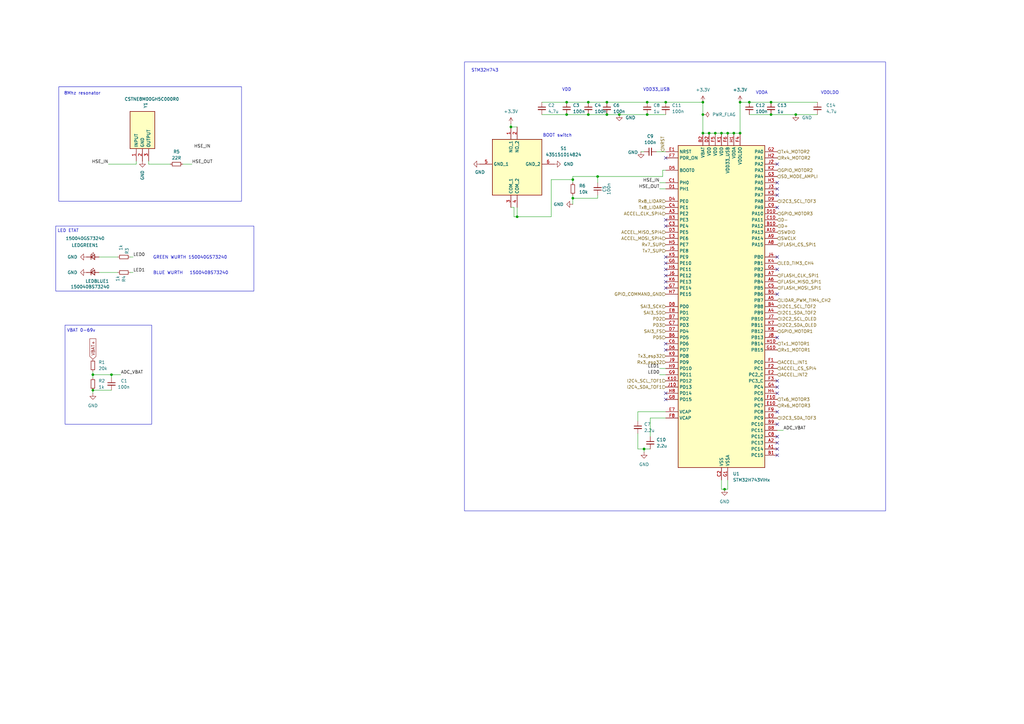
<source format=kicad_sch>
(kicad_sch (version 20250114) (generator "eeschema") (generator_version "9.0")
  (paper "A3")
  (lib_symbols
    (symbol "Device:C_Small" (pin_numbers (hide yes)) (pin_names (offset 0.254) (hide yes))
      (property "Reference" "C" (at 0.254 1.778 0))
      (property "Value" "C_Small" (at 0.254 -2.032 0))
      (symbol "C_Small_0_1"
        (polyline (pts (xy -1.524 0.508) (xy 1.524 0.508)) (stroke (width 0.3048)))
        (polyline (pts (xy -1.524 -0.508) (xy 1.524 -0.508)) (stroke (width 0.3302)))
      )
      (symbol "C_Small_1_1"
        (pin passive line (at 0 2.54 270) (length 2.032) (name "~") (number "1"))
        (pin passive line (at 0 -2.54 90) (length 2.032) (name "~") (number "2"))
      )
    )
    (symbol "Device:LED_Small" (pin_numbers (hide yes)) (pin_names (offset 0.254) (hide yes))
      (property "Reference" "D" (at -1.27 3.175 0))
      (property "Value" "LED_Small" (at -4.445 -2.54 0))
      (symbol "LED_Small_0_1"
        (polyline (pts (xy -0.762 -1.016) (xy -0.762 1.016)) (stroke (width 0.254)))
        (polyline (pts (xy 0 0.762) (xy -0.508 1.27) (xy -0.254 1.27) (xy -0.508 1.27) (xy -0.508 1.016)))
        (polyline (pts (xy 0.508 1.27) (xy 0 1.778) (xy 0.254 1.778) (xy 0 1.778) (xy 0 1.524)))
        (polyline (pts (xy 0.762 -1.016) (xy -0.762 0) (xy 0.762 1.016) (xy 0.762 -1.016)) (stroke (width 0.254)))
        (polyline (pts (xy 1.016 0) (xy -0.762 0)))
      )
      (symbol "LED_Small_1_1"
        (pin passive line (at -2.54 0 0) (length 1.778) (name "K") (number "1"))
        (pin passive line (at 2.54 0 180) (length 1.778) (name "A") (number "2"))
      )
    )
    (symbol "Device:R_Small" (pin_numbers (hide yes)) (pin_names (offset 0.254) (hide yes))
      (property "Reference" "R" (at 0.762 0.508 0))
      (property "Value" "R_Small" (at 0.762 -1.016 0))
      (symbol "R_Small_0_1"
        (rectangle (start -0.762 1.778) (end 0.762 -1.778) (stroke (width 0.2032)))
      )
      (symbol "R_Small_1_1"
        (pin passive line (at 0 2.54 270) (length 0.762) (name "~") (number "1"))
        (pin passive line (at 0 -2.54 90) (length 0.762) (name "~") (number "2"))
      )
    )
    (symbol "LED_Small_1" (pin_numbers (hide yes)) (pin_names (offset 0.254) (hide yes))
      (property "Reference" "D" (at -1.27 3.175 0))
      (property "Value" "LED_Small" (at -4.445 -2.54 0))
      (symbol "LED_Small_1_0_1"
        (polyline (pts (xy -0.762 -1.016) (xy -0.762 1.016)) (stroke (width 0.254)))
        (polyline (pts (xy 0 0.762) (xy -0.508 1.27) (xy -0.254 1.27) (xy -0.508 1.27) (xy -0.508 1.016)))
        (polyline (pts (xy 0.508 1.27) (xy 0 1.778) (xy 0.254 1.778) (xy 0 1.778) (xy 0 1.524)))
        (polyline (pts (xy 0.762 -1.016) (xy -0.762 0) (xy 0.762 1.016) (xy 0.762 -1.016)) (stroke (width 0.254)))
        (polyline (pts (xy 1.016 0) (xy -0.762 0)))
      )
      (symbol "LED_Small_1_1_1"
        (pin passive line (at -2.54 0 0) (length 1.778) (name "K") (number "1"))
        (pin passive line (at 2.54 0 180) (length 1.778) (name "A") (number "2"))
      )
    )
    (symbol "MCU_ST_STM32H7:STM32H743VIHx"
      (property "Reference" "U" (at -17.78 67.31 0))
      (property "Value" "STM32H743VIHx" (at 10.16 67.31 0))
      (symbol "STM32H743VIHx_0_1"
        (rectangle (start -17.78 -66.04) (end 17.78 66.04) (stroke (width 0.254)) (fill (type background)))
      )
      (symbol "STM32H743VIHx_1_1"
        (pin input line (at -22.86 63.5 0) (length 5.08) (name "NRST") (number "E1"))
        (pin input line (at -22.86 60.96 0) (length 5.08) (name "PDR_ON") (number "F7"))
        (pin input line (at -22.86 55.88 0) (length 5.08) (name "BOOT0") (number "D5"))
        (pin bidirectional line (at -22.86 50.8 0) (length 5.08) (name "PH0") (number "C1"))
        (pin bidirectional line (at -22.86 48.26 0) (length 5.08) (name "PH1") (number "D1"))
        (pin bidirectional line (at -22.86 43.18 0) (length 5.08) (name "PE0") (number "D4"))
        (pin bidirectional line (at -22.86 40.64 0) (length 5.08) (name "PE1") (number "C4"))
        (pin bidirectional line (at -22.86 38.1 0) (length 5.08) (name "PE2") (number "A3"))
        (pin bidirectional line (at -22.86 35.56 0) (length 5.08) (name "PE3") (number "B3"))
        (pin bidirectional line (at -22.86 33.02 0) (length 5.08) (name "PE4") (number "C3"))
        (pin bidirectional line (at -22.86 30.48 0) (length 5.08) (name "PE5") (number "D3"))
        (pin bidirectional line (at -22.86 27.94 0) (length 5.08) (name "PE6") (number "E3"))
        (pin bidirectional line (at -22.86 25.4 0) (length 5.08) (name "PE7") (number "H5"))
        (pin bidirectional line (at -22.86 22.86 0) (length 5.08) (name "PE8") (number "J5"))
        (pin bidirectional line (at -22.86 20.32 0) (length 5.08) (name "PE9") (number "K5"))
        (pin bidirectional line (at -22.86 17.78 0) (length 5.08) (name "PE10") (number "G6"))
        (pin bidirectional line (at -22.86 15.24 0) (length 5.08) (name "PE11") (number "H6"))
        (pin bidirectional line (at -22.86 12.7 0) (length 5.08) (name "PE12") (number "J6"))
        (pin bidirectional line (at -22.86 10.16 0) (length 5.08) (name "PE13") (number "K6"))
        (pin bidirectional line (at -22.86 7.62 0) (length 5.08) (name "PE14") (number "G7"))
        (pin bidirectional line (at -22.86 5.08 0) (length 5.08) (name "PE15") (number "H7"))
        (pin bidirectional line (at -22.86 0 0) (length 5.08) (name "PD0") (number "D8"))
        (pin bidirectional line (at -22.86 -2.54 0) (length 5.08) (name "PD1") (number "E8"))
        (pin bidirectional line (at -22.86 -5.08 0) (length 5.08) (name "PD2") (number "B7"))
        (pin bidirectional line (at -22.86 -7.62 0) (length 5.08) (name "PD3") (number "C7"))
        (pin bidirectional line (at -22.86 -10.16 0) (length 5.08) (name "PD4") (number "D7"))
        (pin bidirectional line (at -22.86 -12.7 0) (length 5.08) (name "PD5") (number "B6"))
        (pin bidirectional line (at -22.86 -15.24 0) (length 5.08) (name "PD6") (number "C6"))
        (pin bidirectional line (at -22.86 -17.78 0) (length 5.08) (name "PD7") (number "D6"))
        (pin bidirectional line (at -22.86 -20.32 0) (length 5.08) (name "PD8") (number "K9"))
        (pin bidirectional line (at -22.86 -22.86 0) (length 5.08) (name "PD9") (number "J9"))
        (pin bidirectional line (at -22.86 -25.4 0) (length 5.08) (name "PD10") (number "H9"))
        (pin bidirectional line (at -22.86 -27.94 0) (length 5.08) (name "PD11") (number "G9"))
        (pin bidirectional line (at -22.86 -30.48 0) (length 5.08) (name "PD12") (number "K10"))
        (pin bidirectional line (at -22.86 -33.02 0) (length 5.08) (name "PD13") (number "J10"))
        (pin bidirectional line (at -22.86 -35.56 0) (length 5.08) (name "PD14") (number "H8"))
        (pin bidirectional line (at -22.86 -38.1 0) (length 5.08) (name "PD15") (number "G8"))
        (pin power_out line (at -22.86 -43.18 0) (length 5.08) (name "VCAP") (number "E7"))
        (pin power_out line (at -22.86 -45.72 0) (length 5.08) (name "VCAP") (number "F8"))
        (pin power_in line (at -7.62 71.12 270) (length 5.08) (name "VBAT") (number "B2"))
        (pin power_in line (at -5.08 71.12 270) (length 5.08) (name "VDD") (number "D2"))
        (pin power_in line (at -2.54 71.12 270) (length 5.08) (name "VDD") (number "F5"))
        (pin power_in line (at 0 71.12 270) (length 5.08) (name "VDD") (number "K1"))
        (pin power_in line (at 0 -71.12 90) (length 5.08) (name "VSS") (number "C2"))
        (pin passive line (at 0 -71.12 90) (length 5.08) (hide yes) (name "VSS") (number "E4"))
        (pin passive line (at 0 -71.12 90) (length 5.08) (hide yes) (name "VSS") (number "E5"))
        (pin passive line (at 0 -71.12 90) (length 5.08) (hide yes) (name "VSS") (number "E6"))
        (pin passive line (at 0 -71.12 90) (length 5.08) (hide yes) (name "VSS") (number "J1"))
        (pin power_in line (at 2.54 71.12 270) (length 5.08) (name "VDD33_USB") (number "F6"))
        (pin power_in line (at 2.54 -71.12 90) (length 5.08) (name "VSSA") (number "G1"))
        (pin power_in line (at 5.08 71.12 270) (length 5.08) (name "VDDA") (number "H1"))
        (pin power_in line (at 7.62 71.12 270) (length 5.08) (name "VDDLDO") (number "F4"))
        (pin bidirectional line (at 22.86 63.5 180) (length 5.08) (name "PA0") (number "G2"))
        (pin bidirectional line (at 22.86 60.96 180) (length 5.08) (name "PA1") (number "H2"))
        (pin bidirectional line (at 22.86 58.42 180) (length 5.08) (name "PA2") (number "J2"))
        (pin bidirectional line (at 22.86 55.88 180) (length 5.08) (name "PA3") (number "K2"))
        (pin bidirectional line (at 22.86 53.34 180) (length 5.08) (name "PA4") (number "G3"))
        (pin bidirectional line (at 22.86 50.8 180) (length 5.08) (name "PA5") (number "H3"))
        (pin bidirectional line (at 22.86 48.26 180) (length 5.08) (name "PA6") (number "J3"))
        (pin bidirectional line (at 22.86 45.72 180) (length 5.08) (name "PA7") (number "K3"))
        (pin bidirectional line (at 22.86 43.18 180) (length 5.08) (name "PA8") (number "D9"))
        (pin bidirectional line (at 22.86 40.64 180) (length 5.08) (name "PA9") (number "C9"))
        (pin bidirectional line (at 22.86 38.1 180) (length 5.08) (name "PA10") (number "D10"))
        (pin bidirectional line (at 22.86 35.56 180) (length 5.08) (name "PA11") (number "C10"))
        (pin bidirectional line (at 22.86 33.02 180) (length 5.08) (name "PA12") (number "B10"))
        (pin bidirectional line (at 22.86 30.48 180) (length 5.08) (name "PA13") (number "A10"))
        (pin bidirectional line (at 22.86 27.94 180) (length 5.08) (name "PA14") (number "A9"))
        (pin bidirectional line (at 22.86 25.4 180) (length 5.08) (name "PA15") (number "A8"))
        (pin bidirectional line (at 22.86 20.32 180) (length 5.08) (name "PB0") (number "J4"))
        (pin bidirectional line (at 22.86 17.78 180) (length 5.08) (name "PB1") (number "K4"))
        (pin bidirectional line (at 22.86 15.24 180) (length 5.08) (name "PB2") (number "G5"))
        (pin bidirectional line (at 22.86 12.7 180) (length 5.08) (name "PB3") (number "A7"))
        (pin bidirectional line (at 22.86 10.16 180) (length 5.08) (name "PB4") (number "A6"))
        (pin bidirectional line (at 22.86 7.62 180) (length 5.08) (name "PB5") (number "C5"))
        (pin bidirectional line (at 22.86 5.08 180) (length 5.08) (name "PB6") (number "B5"))
        (pin bidirectional line (at 22.86 2.54 180) (length 5.08) (name "PB7") (number "A5"))
        (pin bidirectional line (at 22.86 0 180) (length 5.08) (name "PB8") (number "B4"))
        (pin bidirectional line (at 22.86 -2.54 180) (length 5.08) (name "PB9") (number "A4"))
        (pin bidirectional line (at 22.86 -5.08 180) (length 5.08) (name "PB10") (number "J7"))
        (pin bidirectional line (at 22.86 -7.62 180) (length 5.08) (name "PB11") (number "K7"))
        (pin bidirectional line (at 22.86 -10.16 180) (length 5.08) (name "PB12") (number "K8"))
        (pin bidirectional line (at 22.86 -12.7 180) (length 5.08) (name "PB13") (number "J8"))
        (pin bidirectional line (at 22.86 -15.24 180) (length 5.08) (name "PB14") (number "H10"))
        (pin bidirectional line (at 22.86 -17.78 180) (length 5.08) (name "PB15") (number "G10"))
        (pin bidirectional line (at 22.86 -22.86 180) (length 5.08) (name "PC0") (number "F1"))
        (pin bidirectional line (at 22.86 -25.4 180) (length 5.08) (name "PC1") (number "F2"))
        (pin bidirectional line (at 22.86 -27.94 180) (length 5.08) (name "PC2_C") (number "E2"))
        (pin bidirectional line (at 22.86 -30.48 180) (length 5.08) (name "PC3_C") (number "F3"))
        (pin bidirectional line (at 22.86 -33.02 180) (length 5.08) (name "PC4") (number "G4"))
        (pin bidirectional line (at 22.86 -35.56 180) (length 5.08) (name "PC5") (number "H4"))
        (pin bidirectional line (at 22.86 -38.1 180) (length 5.08) (name "PC6") (number "F10"))
        (pin bidirectional line (at 22.86 -40.64 180) (length 5.08) (name "PC7") (number "E10"))
        (pin bidirectional line (at 22.86 -43.18 180) (length 5.08) (name "PC8") (number "F9"))
        (pin bidirectional line (at 22.86 -45.72 180) (length 5.08) (name "PC9") (number "E9"))
        (pin bidirectional line (at 22.86 -48.26 180) (length 5.08) (name "PC10") (number "B9"))
        (pin bidirectional line (at 22.86 -50.8 180) (length 5.08) (name "PC11") (number "B8"))
        (pin bidirectional line (at 22.86 -53.34 180) (length 5.08) (name "PC12") (number "C8"))
        (pin bidirectional line (at 22.86 -55.88 180) (length 5.08) (name "PC13") (number "A2"))
        (pin bidirectional line (at 22.86 -58.42 180) (length 5.08) (name "PC14") (number "A1"))
        (pin bidirectional line (at 22.86 -60.96 180) (length 5.08) (name "PC15") (number "B1"))
      )
    )
    (symbol "power:+3.3V" (power) (pin_numbers (hide yes)) (pin_names (offset 0) (hide yes))
      (property "Value" "+3.3V" (at 0 3.556 0))
      (symbol "+3.3V_0_1"
        (polyline (pts (xy -0.762 1.27) (xy 0 2.54)))
        (polyline (pts (xy 0 2.54) (xy 0.762 1.27)))
        (polyline (pts (xy 0 0) (xy 0 2.54)))
      )
      (symbol "+3.3V_1_1"
        (pin power_in line (at 0 0 90) (length 0) (name "~") (number "1"))
      )
    )
    (symbol "power:GND" (power) (pin_numbers (hide yes)) (pin_names (offset 0) (hide yes))
      (property "Value" "GND" (at 0 -3.81 0))
      (symbol "GND_0_1"
        (polyline (pts (xy 0 0) (xy 0 -1.27) (xy 1.27 -1.27) (xy 0 -2.54) (xy -1.27 -1.27) (xy 0 -1.27)))
      )
      (symbol "GND_1_1"
        (pin power_in line (at 0 0 270) (length 0) (name "~") (number "1"))
      )
    )
    (symbol "power:PWR_FLAG" (power) (pin_numbers (hide yes)) (pin_names (offset 0) (hide yes))
      (property "Value" "PWR_FLAG" (at 0 3.81 0))
      (symbol "PWR_FLAG_0_0"
        (pin power_out line (at 0 0 90) (length 0) (name "~") (number "1"))
      )
      (symbol "PWR_FLAG_0_1"
        (polyline (pts (xy 0 0) (xy 0 1.27) (xy -1.016 1.905) (xy 0 2.54) (xy 1.016 1.905) (xy 0 1.27)))
      )
    )
    (symbol "samacsys:435151014824"
      (property "Reference" "S" (at 26.67 15.24 0))
      (property "Value" "435151014824" (at 26.67 12.7 0))
      (symbol "435151014824_1_1"
        (rectangle (start 5.08 10.16) (end 25.4 -12.7) (stroke (width 0.254)) (fill (type background)))
        (pin passive line (at 0 0 0) (length 5.08) (name "GND_1") (number "5"))
        (pin passive line (at 12.7 15.24 270) (length 5.08) (name "NO_1") (number "1"))
        (pin passive line (at 12.7 -17.78 90) (length 5.08) (name "COM_1") (number "3"))
        (pin passive line (at 15.24 15.24 270) (length 5.08) (name "NO_2") (number "2"))
        (pin passive line (at 15.24 -17.78 90) (length 5.08) (name "COM_2") (number "4"))
        (pin passive line (at 30.48 0 180) (length 5.08) (name "GND_2") (number "6"))
      )
    )
    (symbol "samacsys:CSTNE8M00GH5C000R0"
      (property "Reference" "Y" (at 21.59 7.62 0))
      (property "Value" "CSTNE8M00GH5C000R0" (at 21.59 5.08 0))
      (symbol "CSTNE8M00GH5C000R0_1_1"
        (rectangle (start 5.08 2.54) (end 20.32 -7.62) (stroke (width 0.254)) (fill (type background)))
        (pin passive line (at 0 0 0) (length 5.08) (name "OUTPUT") (number "3"))
        (pin passive line (at 0 -2.54 0) (length 5.08) (name "GND") (number "2"))
        (pin passive line (at 0 -5.08 0) (length 5.08) (name "INPUT") (number "1"))
      )
    )
  )
  (rectangle (start 26.67 133.35) (end 62.23 173.99))
  (rectangle (start 190.5 25.4) (end 363.22 209.55))
  (rectangle (start 22.86 92.71) (end 104.14 119.38))
  (rectangle (start 24.13 35.56) (end 99.06 82.55))
  (text "8Mhz resonator\n" (at 33.782 38.354 0) (effects (font (size 1.27 1.27))))
  (text "STM32H743" (at 198.882 28.956 0) (effects (font (size 1.27 1.27))))
  (text "VDD" (at 232.41 36.83 0) (effects (font (size 1.27 1.27))))
  (text "GREEN WURTH 150040GS73240" (at 77.978 105.664 0) (effects (font (size 1.27 1.27))))
  (text "VDDA" (at 312.42 38.1 0) (effects (font (size 1.27 1.27))))
  (text "BOOT switch" (at 228.6 55.626 0) (effects (font (size 1.27 1.27))))
  (text "LED ETAT" (at 27.94 94.742 0) (effects (font (size 1.27 1.27))))
  (text "VDD33_USB" (at 269.24 36.83 0) (effects (font (size 1.27 1.27))))
  (text "VBAT 0-69v" (at 33.274 135.636 0) (effects (font (size 1.27 1.27))))
  (text "BLUE WURTH 	150040BS73240" (at 78.232 112.014 0) (effects (font (size 1.27 1.27))))
  (text "VDDLDO" (at 340.36 38.1 0) (effects (font (size 1.27 1.27))))
  (junction (at 300.99 54.61))
  (junction (at 316.23 41.91))
  (junction (at 38.1 153.67))
  (junction (at 241.3 46.99))
  (junction (at 38.1 160.02))
  (junction (at 326.39 46.99))
  (junction (at 293.37 54.61))
  (junction (at 234.95 81.28))
  (junction (at 212.09 88.9))
  (junction (at 245.11 72.39))
  (junction (at 303.53 41.91))
  (junction (at 288.29 54.61))
  (junction (at 248.92 46.99))
  (junction (at 288.29 46.99))
  (junction (at 290.83 54.61))
  (junction (at 316.23 46.99))
  (junction (at 298.45 54.61))
  (junction (at 273.05 41.91))
  (junction (at 254 46.99))
  (junction (at 248.92 41.91))
  (junction (at 45.72 153.67))
  (junction (at 303.53 54.61))
  (junction (at 265.43 41.91))
  (junction (at 265.43 46.99))
  (junction (at 234.95 73.66))
  (junction (at 307.34 41.91))
  (junction (at 241.3 41.91))
  (junction (at 288.29 41.91))
  (junction (at 264.16 184.15))
  (junction (at 295.91 54.61))
  (junction (at 232.41 41.91))
  (junction (at 209.55 52.07))
  (junction (at 297.18 200.66))
  (junction (at 232.41 46.99))
  (no_connect (at 318.77 74.93))
  (no_connect (at 273.05 163.83))
  (no_connect (at 318.77 110.49))
  (no_connect (at 273.05 107.95))
  (no_connect (at 318.77 168.91))
  (no_connect (at 318.77 138.43))
  (no_connect (at 318.77 156.21))
  (no_connect (at 318.77 186.69))
  (no_connect (at 273.05 105.41))
  (no_connect (at 273.05 140.97))
  (no_connect (at 318.77 161.29))
  (no_connect (at 318.77 105.41))
  (no_connect (at 318.77 85.09))
  (no_connect (at 318.77 158.75))
  (no_connect (at 273.05 113.03))
  (no_connect (at 273.05 118.11))
  (no_connect (at 273.05 64.77))
  (no_connect (at 318.77 179.07))
  (no_connect (at 273.05 161.29))
  (no_connect (at 318.77 67.31))
  (no_connect (at 318.77 173.99))
  (no_connect (at 273.05 143.51))
  (no_connect (at 318.77 184.15))
  (no_connect (at 318.77 120.65))
  (no_connect (at 318.77 77.47))
  (no_connect (at 318.77 80.01))
  (no_connect (at 273.05 92.71))
  (no_connect (at 273.05 115.57))
  (no_connect (at 318.77 181.61))
  (no_connect (at 273.05 90.17))
  (no_connect (at 273.05 110.49))
  (wire (pts (xy 44.45 67.31) (xy 55.88 67.31)))
  (wire (pts (xy 295.91 196.85) (xy 295.91 200.66)))
  (wire (pts (xy 316.23 46.99) (xy 326.39 46.99)))
  (wire (pts (xy 209.55 52.07) (xy 212.09 52.07)))
  (wire (pts (xy 298.45 54.61) (xy 300.99 54.61)))
  (wire (pts (xy 300.99 54.61) (xy 303.53 54.61)))
  (wire (pts (xy 226.06 88.9) (xy 226.06 73.66)))
  (wire (pts (xy 234.95 81.28) (xy 234.95 83.82)))
  (wire (pts (xy 40.64 111.76) (xy 48.26 111.76)))
  (wire (pts (xy 234.95 80.01) (xy 234.95 81.28)))
  (wire (pts (xy 54.61 105.41) (xy 53.34 105.41)))
  (wire (pts (xy 45.72 153.67) (xy 38.1 153.67)))
  (wire (pts (xy 316.23 41.91) (xy 335.28 41.91)))
  (wire (pts (xy 209.55 50.8) (xy 209.55 52.07)))
  (wire (pts (xy 298.45 196.85) (xy 298.45 200.66)))
  (wire (pts (xy 38.1 161.29) (xy 38.1 160.02)))
  (wire (pts (xy 270.51 77.47) (xy 273.05 77.47)))
  (wire (pts (xy 273.05 168.91) (xy 261.62 168.91)))
  (wire (pts (xy 55.88 67.31) (xy 55.88 66.04)))
  (wire (pts (xy 265.43 46.99) (xy 273.05 46.99)))
  (wire (pts (xy 49.53 153.67) (xy 45.72 153.67)))
  (wire (pts (xy 307.34 41.91) (xy 303.53 41.91)))
  (wire (pts (xy 209.55 85.09) (xy 210.82 85.09)))
  (wire (pts (xy 303.53 41.91) (xy 303.53 54.61)))
  (wire (pts (xy 273.05 171.45) (xy 266.7 171.45)))
  (wire (pts (xy 245.11 80.01) (xy 245.11 81.28)))
  (wire (pts (xy 266.7 184.15) (xy 264.16 184.15)))
  (wire (pts (xy 288.29 46.99) (xy 288.29 54.61)))
  (wire (pts (xy 261.62 184.15) (xy 261.62 177.8)))
  (wire (pts (xy 270.51 151.13) (xy 273.05 151.13)))
  (wire (pts (xy 261.62 168.91) (xy 261.62 172.72)))
  (wire (pts (xy 210.82 88.9) (xy 212.09 88.9)))
  (wire (pts (xy 264.16 184.15) (xy 264.16 185.42)))
  (wire (pts (xy 266.7 171.45) (xy 266.7 179.07)))
  (wire (pts (xy 54.61 111.76) (xy 53.34 111.76)))
  (wire (pts (xy 307.34 41.91) (xy 316.23 41.91)))
  (wire (pts (xy 232.41 41.91) (xy 241.3 41.91)))
  (wire (pts (xy 212.09 85.09) (xy 212.09 88.9)))
  (wire (pts (xy 307.34 46.99) (xy 316.23 46.99)))
  (wire (pts (xy 288.29 54.61) (xy 290.83 54.61)))
  (wire (pts (xy 232.41 46.99) (xy 241.3 46.99)))
  (wire (pts (xy 295.91 200.66) (xy 297.18 200.66)))
  (wire (pts (xy 45.72 160.02) (xy 38.1 160.02)))
  (wire (pts (xy 248.92 41.91) (xy 265.43 41.91)))
  (wire (pts (xy 265.43 41.91) (xy 273.05 41.91)))
  (wire (pts (xy 222.25 46.99) (xy 232.41 46.99)))
  (wire (pts (xy 234.95 73.66) (xy 234.95 72.39)))
  (wire (pts (xy 271.78 69.85) (xy 273.05 69.85)))
  (wire (pts (xy 248.92 46.99) (xy 254 46.99)))
  (wire (pts (xy 60.96 67.31) (xy 60.96 66.04)))
  (wire (pts (xy 74.93 67.31) (xy 78.74 67.31)))
  (wire (pts (xy 245.11 72.39) (xy 245.11 74.93)))
  (wire (pts (xy 212.09 88.9) (xy 226.06 88.9)))
  (wire (pts (xy 321.31 176.53) (xy 318.77 176.53)))
  (wire (pts (xy 60.96 67.31) (xy 69.85 67.31)))
  (wire (pts (xy 290.83 54.61) (xy 293.37 54.61)))
  (wire (pts (xy 234.95 74.93) (xy 234.95 73.66)))
  (wire (pts (xy 262.89 62.23) (xy 264.16 62.23)))
  (wire (pts (xy 245.11 81.28) (xy 234.95 81.28)))
  (wire (pts (xy 295.91 54.61) (xy 298.45 54.61)))
  (wire (pts (xy 40.64 105.41) (xy 48.26 105.41)))
  (wire (pts (xy 270.51 153.67) (xy 273.05 153.67)))
  (wire (pts (xy 38.1 152.4) (xy 38.1 153.67)))
  (wire (pts (xy 222.25 41.91) (xy 232.41 41.91)))
  (wire (pts (xy 271.78 72.39) (xy 271.78 69.85)))
  (wire (pts (xy 326.39 46.99) (xy 335.28 46.99)))
  (wire (pts (xy 45.72 154.94) (xy 45.72 153.67)))
  (wire (pts (xy 270.51 74.93) (xy 273.05 74.93)))
  (wire (pts (xy 264.16 184.15) (xy 261.62 184.15)))
  (wire (pts (xy 241.3 41.91) (xy 248.92 41.91)))
  (wire (pts (xy 245.11 72.39) (xy 271.78 72.39)))
  (wire (pts (xy 273.05 41.91) (xy 288.29 41.91)))
  (wire (pts (xy 210.82 85.09) (xy 210.82 88.9)))
  (wire (pts (xy 38.1 153.67) (xy 38.1 154.94)))
  (wire (pts (xy 298.45 200.66) (xy 297.18 200.66)))
  (wire (pts (xy 241.3 46.99) (xy 248.92 46.99)))
  (wire (pts (xy 269.24 62.23) (xy 273.05 62.23)))
  (wire (pts (xy 288.29 41.91) (xy 288.29 46.99)))
  (wire (pts (xy 293.37 54.61) (xy 295.91 54.61)))
  (wire (pts (xy 254 46.99) (xy 265.43 46.99)))
  (wire (pts (xy 226.06 73.66) (xy 234.95 73.66)))
  (wire (pts (xy 234.95 72.39) (xy 245.11 72.39)))
  (label "ADC_VBAT" (at 49.53 153.67 0))
  (label "ADC_VBAT" (at 321.31 176.53 0))
  (label "LED0" (at 270.51 153.67 180))
  (label "HSE_OUT" (at 270.51 77.47 180))
  (label "LED1" (at 270.51 151.13 180))
  (label "LED0" (at 54.61 105.41 0))
  (label "HSE_OUT" (at 78.74 67.31 0))
  (label "HSE_IN" (at 86.36 60.96 180))
  (label "HSE_IN" (at 270.51 74.93 180))
  (label "LED1" (at 54.61 111.76 0))
  (label "HSE_IN" (at 44.45 67.31 180))
  (global_label "VBAT+" (shape input) (at 38.1 147.32 90) (property "Intersheetrefs" "${INTERSHEET_REFS}" (effects (hide yes))))
  (hierarchical_label "PD5" (shape input) (at 273.05 138.43 180))
  (hierarchical_label "ACCEL_MISO_SPI4" (shape input) (at 273.05 95.25 180))
  (hierarchical_label "FLASH_MISO_SPI1" (shape input) (at 318.77 115.57 0))
  (hierarchical_label "NRST" (shape input) (at 271.78 62.23 90))
  (hierarchical_label "I2C2_SDA_OLED" (shape input) (at 318.77 133.35 0))
  (hierarchical_label "Tx7_SUP" (shape input) (at 273.05 102.87 180))
  (hierarchical_label "SAI3_SD" (shape input) (at 273.05 128.27 180))
  (hierarchical_label "Rx4_MOTOR2" (shape input) (at 318.77 64.77 0))
  (hierarchical_label "ACCEL_CLK_SPI4" (shape input) (at 273.05 87.63 180))
  (hierarchical_label "Tx6_MOTOR3" (shape input) (at 318.77 163.83 0))
  (hierarchical_label "Tx8_LIDAR" (shape input) (at 273.05 85.09 180))
  (hierarchical_label "GPIO_COMMAND_GND" (shape input) (at 273.05 120.65 180))
  (hierarchical_label "D+" (shape input) (at 318.77 92.71 0))
  (hierarchical_label "PD3" (shape input) (at 273.05 133.35 180))
  (hierarchical_label "Rx7_SUP" (shape input) (at 273.05 100.33 180))
  (hierarchical_label "FLASH_CS_SPI1" (shape input) (at 318.77 100.33 0))
  (hierarchical_label "I2C1_SCL_TOF2" (shape input) (at 318.77 125.73 0))
  (hierarchical_label "I2C1_SDA_TOF2" (shape input) (at 318.77 128.27 0))
  (hierarchical_label "I2C3_SDA_TOF3" (shape input) (at 318.77 171.45 0))
  (hierarchical_label "FLASH_CLK_SPI1" (shape input) (at 318.77 113.03 0))
  (hierarchical_label "I2C2_SCL_OLED" (shape input) (at 318.77 130.81 0))
  (hierarchical_label "I2C4_SCL_TOF1" (shape input) (at 273.05 156.21 180))
  (hierarchical_label "Tx3_esp32" (shape input) (at 273.05 146.05 180))
  (hierarchical_label "Tx4_MOTOR2" (shape input) (at 318.77 62.23 0))
  (hierarchical_label "Rx8_LIDAR" (shape input) (at 273.05 82.55 180))
  (hierarchical_label "GPIO_MOTOR2" (shape input) (at 318.77 69.85 0))
  (hierarchical_label "ACCEL_CS_SPI4" (shape input) (at 318.77 151.13 0))
  (hierarchical_label "PD2" (shape input) (at 273.05 130.81 180))
  (hierarchical_label "ACCEL_MOSI_SPI4" (shape input) (at 273.05 97.79 180))
  (hierarchical_label "Tx1_MOTOR1" (shape input) (at 318.77 140.97 0))
  (hierarchical_label "ACCEL_INT1" (shape input) (at 318.77 148.59 0))
  (hierarchical_label "SAI3_SCK" (shape input) (at 273.05 125.73 180))
  (hierarchical_label "I2C4_SDA_TOF1" (shape input) (at 273.05 158.75 180))
  (hierarchical_label "GPIO_MOTOR1" (shape input) (at 318.77 135.89 0))
  (hierarchical_label "SWCLK" (shape input) (at 318.77 97.79 0))
  (hierarchical_label "Rx1_MOTOR1" (shape input) (at 318.77 143.51 0))
  (hierarchical_label "SWDIO" (shape input) (at 318.77 95.25 0))
  (hierarchical_label "SAI3_FS" (shape input) (at 273.05 135.89 180))
  (hierarchical_label "ACCEL_INT2" (shape input) (at 318.77 153.67 0))
  (hierarchical_label "GPIO_MOTOR3" (shape input) (at 318.77 87.63 0))
  (hierarchical_label "Rx6_MOTOR3" (shape input) (at 318.77 166.37 0))
  (hierarchical_label "FLASH_MOSI_SPI1" (shape input) (at 318.77 118.11 0))
  (hierarchical_label "LED_TIM3_CH4" (shape input) (at 318.77 107.95 0))
  (hierarchical_label "LIDAR_PWM_TIM4_CH2" (shape input) (at 318.77 123.19 0))
  (hierarchical_label "Rx3_esp32" (shape input) (at 273.05 148.59 180))
  (hierarchical_label "SD_MODE_AMPLI" (shape input) (at 318.77 72.39 0))
  (hierarchical_label "D-" (shape input) (at 318.77 90.17 0))
  (hierarchical_label "I2C3_SCL_TOF3" (shape input) (at 318.77 82.55 0))
  (symbol (lib_id "Device:C_Small") (at 232.41 44.45 0) (unit 1)
    (property "Reference" "C3" (at 234.95 43.1862 0) (effects (justify left)))
    (property "Value" "100n" (at 234.95 45.7262 0) (effects (justify left)))
    (property "Footprint" "samacsys:C_0201_custom" (effects (hide yes)))
    (property "Description" "Unpolarized capacitor, small symbol" (effects (hide yes)))
    (property "Manufacturer_Part_Number" "885012104005" (effects (hide yes)))
    (property "Mouser Part Number" "710-885012104005" (effects (hide yes)))
    (property "Manufacturer_Name" "Wurth Elektronik" (effects (hide yes)))
  )
  (symbol (lib_id "Device:R_Small") (at 50.8 111.76 270) (unit 1)
    (property "Reference" "R4" (at 50.8 113.03 0) (effects (justify left)))
    (property "Value" "1k" (at 48.26 113.03 0) (effects (justify left)))
    (property "Footprint" "Resistor_SMD:R_0201_0603Metric" (effects (hide yes)))
    (property "Description" "Resistor, small symbol" (effects (hide yes)))
    (property "Manufacturer_Part_Number" "ERJ-1GNF1001C" (effects (hide yes)))
    (property "Mouser Part Number" " 667-ERJ-1GNF1001C" (effects (hide yes)))
    (property "Manufacturer_Name" "Panasonic" (effects (hide yes)))
  )
  (symbol (lib_id "power:GND") (at 35.56 111.76 270) (unit 1)
    (property "Reference" "#PWR02" (effects (hide yes)))
    (property "Value" "GND" (at 31.75 111.76 90) (effects (justify right)))
    (property "Description" "Power symbol creates a global label with name \"GND\" , ground" (effects (hide yes)))
  )
  (symbol (lib_id "power:GND") (at 326.39 46.99 0) (unit 1)
    (property "Reference" "#PWR015" (effects (hide yes)))
    (property "Value" "GND" (at 328.93 48.2599 0) (effects (justify left)))
    (property "Description" "Power symbol creates a global label with name \"GND\" , ground" (effects (hide yes)))
  )
  (symbol (lib_id "power:GND") (at 254 46.99 0) (unit 1)
    (property "Reference" "#PWR09" (effects (hide yes)))
    (property "Value" "GND" (at 256.54 48.2599 0) (effects (justify left)))
    (property "Description" "Power symbol creates a global label with name \"GND\" , ground" (effects (hide yes)))
  )
  (symbol (lib_id "Device:R_Small") (at 234.95 77.47 0) (unit 1)
    (property "Reference" "R6" (at 237.49 76.1999 0) (effects (justify left)))
    (property "Value" "10k" (at 237.49 78.7399 0) (effects (justify left)))
    (property "Footprint" "samacsys:R_0201_custom" (effects (hide yes)))
    (property "Description" "Resistor, small symbol" (effects (hide yes)))
    (property "Manufacturer_Part_Number" "ERJ-1GNF1002C" (effects (hide yes)))
    (property "Mouser Part Number" "667-ERJ-1GNF1002C" (effects (hide yes)))
    (property "Manufacturer_Name" "Panasonic" (effects (hide yes)))
  )
  (symbol (lib_id "power:GND") (at 234.95 83.82 270) (unit 1)
    (property "Reference" "#PWR08" (effects (hide yes)))
    (property "Value" "GND" (at 231.14 83.8199 90) (effects (justify right)))
    (property "Description" "Power symbol creates a global label with name \"GND\" , ground" (effects (hide yes)))
  )
  (symbol (lib_id "power:GND") (at 227.33 67.31 90) (unit 1)
    (property "Reference" "#PWR07" (effects (hide yes)))
    (property "Value" "GND" (at 231.14 67.3099 90) (effects (justify right)))
    (property "Description" "Power symbol creates a global label with name \"GND\" , ground" (effects (hide yes)))
  )
  (symbol (lib_id "power:+3.3V") (at 209.55 50.8 0) (unit 1)
    (property "Reference" "#PWR06" (effects (hide yes)))
    (property "Value" "+3.3V" (at 209.55 45.72 0))
    (property "Description" "Power symbol creates a global label with name \"+3.3V\"" (effects (hide yes)))
  )
  (symbol (lib_id "Device:C_Small") (at 307.34 44.45 0) (unit 1)
    (property "Reference" "C12" (at 309.88 43.1862 0) (effects (justify left)))
    (property "Value" "100n" (at 309.88 45.7262 0) (effects (justify left)))
    (property "Footprint" "Capacitor_SMD:C_0201_0603Metric" (effects (hide yes)))
    (property "Description" "Unpolarized capacitor, small symbol" (effects (hide yes)))
    (property "Manufacturer_Part_Number" "885012104005" (effects (hide yes)))
    (property "Mouser Part Number" "710-885012104005" (effects (hide yes)))
    (property "Manufacturer_Name" "Wurth Elektronik" (effects (hide yes)))
  )
  (symbol (lib_id "power:GND") (at 38.1 161.29 0) (unit 1)
    (property "Reference" "#PWR03" (effects (hide yes)))
    (property "Value" "GND" (at 38.1 166.37 0))
    (property "Description" "Power symbol creates a global label with name \"GND\" , ground" (effects (hide yes)))
  )
  (symbol (lib_id "power:GND") (at 196.85 67.31 270) (unit 1)
    (property "Reference" "#PWR05" (effects (hide yes)))
    (property "Value" "GND" (at 198.882 70.612 90) (effects (justify right)))
    (property "Description" "Power symbol creates a global label with name \"GND\" , ground" (effects (hide yes)))
  )
  (symbol (lib_id "Device:C_Small") (at 248.92 44.45 0) (unit 1)
    (property "Reference" "C6" (at 251.46 43.1862 0) (effects (justify left)))
    (property "Value" "100n" (at 251.46 45.7262 0) (effects (justify left)))
    (property "Footprint" "Capacitor_SMD:C_0201_0603Metric" (effects (hide yes)))
    (property "Description" "Unpolarized capacitor, small symbol" (effects (hide yes)))
    (property "Manufacturer_Part_Number" "885012104005" (effects (hide yes)))
    (property "Mouser Part Number" "710-885012104005" (effects (hide yes)))
    (property "Manufacturer_Name" "Wurth Elektronik" (effects (hide yes)))
  )
  (symbol (lib_id "Device:C_Small") (at 261.62 175.26 0) (unit 1)
    (property "Reference" "C7" (at 264.16 173.9962 0) (effects (justify left)))
    (property "Value" "2.2u" (at 264.16 176.5362 0) (effects (justify left)))
    (property "Footprint" "Capacitor_SMD:C_0402_1005Metric" (effects (hide yes)))
    (property "Description" "Unpolarized capacitor, small symbol" (effects (hide yes)))
    (property "Manufacturer_Part_Number" "885012105007" (effects (hide yes)))
    (property "Mouser Part Number" "710-885012105007" (effects (hide yes)))
    (property "Manufacturer_Name" "Wurth Elektronik" (effects (hide yes)))
  )
  (symbol (lib_id "Device:R_Small") (at 38.1 149.86 0) (unit 1)
    (property "Reference" "R1" (at 40.386 148.5899 0) (effects (justify left)))
    (property "Value" "20k" (at 40.386 151.1299 0) (effects (justify left)))
    (property "Footprint" "Resistor_SMD:R_0201_0603Metric" (effects (hide yes)))
    (property "Description" "Resistor, small symbol" (effects (hide yes)))
    (property "Manufacturer_Part_Number" "ERJ-1GNF2002C" (effects (hide yes)))
    (property "Mouser Part Number" "667-ERJ-1GNF2002C" (effects (hide yes)))
    (property "Manufacturer_Name" "Panasonic" (effects (hide yes)))
  )
  (symbol (lib_id "Device:C_Small") (at 335.28 44.45 0) (unit 1)
    (property "Reference" "C14" (at 338.836 43.1862 0) (effects (justify left)))
    (property "Value" "4.7u" (at 338.836 45.7262 0) (effects (justify left)))
    (property "Footprint" "Capacitor_SMD:C_0402_1005Metric" (effects (hide yes)))
    (property "Description" "Unpolarized capacitor, small symbol" (effects (hide yes)))
    (property "Manufacturer_Name" "Wurth Elektronik" (effects (hide yes)))
    (property "Manufacturer_Part_Number" "885012105008" (effects (hide yes)))
    (property "Mouser Part Number" "710-885012105008" (effects (hide yes)))
  )
  (symbol (lib_id "Device:C_Small") (at 222.25 44.45 0) (unit 1)
    (property "Reference" "C2" (at 224.79 43.1862 0) (effects (justify left)))
    (property "Value" "4.7u" (at 224.79 45.7262 0) (effects (justify left)))
    (property "Footprint" "Capacitor_SMD:C_0402_1005Metric" (effects (hide yes)))
    (property "Description" "Unpolarized capacitor, small symbol" (effects (hide yes)))
    (property "Manufacturer_Name" "Wurth Elektronik" (effects (hide yes)))
    (property "Manufacturer_Part_Number" "885012105008" (effects (hide yes)))
    (property "Mouser Part Number" "710-885012105008" (effects (hide yes)))
  )
  (symbol (lib_id "Device:C_Small") (at 45.72 157.48 0) (unit 1)
    (property "Reference" "C1" (at 49.53 156.21 0) (effects (justify left)))
    (property "Value" "100n" (at 48.26 158.75 0) (effects (justify left)))
    (property "Footprint" "samacsys:C_0201_custom" (effects (hide yes)))
    (property "Description" "Unpolarized capacitor, small symbol" (effects (hide yes)))
    (property "Manufacturer_Part_Number" "885012104005" (effects (hide yes)))
    (property "Mouser Part Number" "710-885012104005" (effects (hide yes)))
    (property "Manufacturer_Name" "Wurth Elektronik" (effects (hide yes)))
  )
  (symbol (lib_id "Device:C_Small") (at 241.3 44.45 0) (unit 1)
    (property "Reference" "C4" (at 243.84 43.1862 0) (effects (justify left)))
    (property "Value" "100n" (at 243.84 45.7262 0) (effects (justify left)))
    (property "Footprint" "Capacitor_SMD:C_0201_0603Metric" (effects (hide yes)))
    (property "Description" "Unpolarized capacitor, small symbol" (effects (hide yes)))
    (property "Manufacturer_Part_Number" "885012104005" (effects (hide yes)))
    (property "Mouser Part Number" "710-885012104005" (effects (hide yes)))
    (property "Manufacturer_Name" "Wurth Elektronik" (effects (hide yes)))
  )
  (symbol (lib_id "power:GND") (at 262.89 62.23 0) (unit 1)
    (property "Reference" "#PWR010" (effects (hide yes)))
    (property "Value" "GND" (at 257.556 62.484 0) (effects (justify left)))
    (property "Description" "Power symbol creates a global label with name \"GND\" , ground" (effects (hide yes)))
  )
  (symbol (lib_id "Device:C_Small") (at 273.05 44.45 0) (unit 1)
    (property "Reference" "C11" (at 275.59 43.1862 0) (effects (justify left)))
    (property "Value" "100n" (at 275.59 45.7262 0) (effects (justify left)))
    (property "Footprint" "Capacitor_SMD:C_0201_0603Metric" (effects (hide yes)))
    (property "Description" "Unpolarized capacitor, small symbol" (effects (hide yes)))
    (property "Manufacturer_Part_Number" "885012104005" (effects (hide yes)))
    (property "Mouser Part Number" "710-885012104005" (effects (hide yes)))
    (property "Manufacturer_Name" "Wurth Elektronik" (effects (hide yes)))
  )
  (symbol (lib_id "samacsys:CSTNE8M00GH5C000R0") (at 60.96 66.04 270) (mirror x) (unit 1)
    (property "Reference" "Y1" (at 59.6901 44.45 0) (effects (justify left)))
    (property "Value" "CSTNE8M00GH5C000R0" (at 51.054 40.64 90) (effects (justify left)))
    (property "Footprint" "samacsys:CSTNE12M0GH5L000R0" (effects (hide yes)))
    (property "Datasheet" "https://www.murata.com/en-us/products/productdetail.aspx?cate=cgsubResonators&partno=CSTNE8M00GH5C000R0" (effects (hide yes)))
    (property "Description" "Resonators 8.0000MHz 33pF SMD CHP Rsntr 0.07% AUTO" (effects (hide yes)))
    (property "Height" "0.8" (effects (hide yes)))
    (property "Mouser Part Number" "81-CSTNE8M00GH5C000R" (effects (hide yes)))
    (property "Mouser Price/Stock" "https://www.mouser.co.uk/ProductDetail/Murata-Electronics/CSTNE8M00GH5C000R0?qs=y6ZabgHbY%252ByuG8XwUR67qA%3D%3D" (effects (hide yes)))
    (property "Manufacturer_Name" "Murata Electronics" (effects (hide yes)))
    (property "Manufacturer_Part_Number" "CSTNE8M00GH5C000R0" (effects (hide yes)))
  )
  (symbol (lib_id "samacsys:435151014824") (at 196.85 67.31 0) (unit 1)
    (property "Reference" "S1" (at 231.14 60.8898 0))
    (property "Value" "435151014824" (at 231.14 63.4298 0))
    (property "Footprint" "samacsys:435151014824" (effects (hide yes)))
    (property "Datasheet" "https://componentsearchengine.com/Datasheets/2/435151014824.pdf" (effects (hide yes)))
    (property "Description" "Tactile Switches WS-TASV Tact Switch" (effects (hide yes)))
    (property "Height" "1.4" (effects (hide yes)))
    (property "Mouser Part Number" "710-435151014824" (effects (hide yes)))
    (property "Mouser Price/Stock" "https://www.mouser.co.uk/ProductDetail/Wurth-Elektronik/435151014824?qs=OlC7AqGiEDkCCtReGm3ZVw%3D%3D" (effects (hide yes)))
    (property "Manufacturer_Name" "Wurth Elektronik" (effects (hide yes)))
    (property "Manufacturer_Part_Number" "435151014824" (effects (hide yes)))
  )
  (symbol (lib_id "MCU_ST_STM32H7:STM32H743VIHx") (at 295.91 125.73 0) (unit 1)
    (property "Reference" "U1" (at 300.5933 194.31 0) (effects (justify left)))
    (property "Value" "STM32H743VIHx" (at 300.5933 196.85 0) (effects (justify left)))
    (property "Footprint" "Package_BGA:TFBGA-100_8x8mm_Layout10x10_P0.8mm" (effects (hide yes)))
    (property "Datasheet" "https://www.st.com/resource/en/datasheet/stm32h743vi.pdf" (effects (hide yes)))
    (property "Description" "STMicroelectronics Arm Cortex-M7 MCU, 2048KB flash, 1024KB RAM, 480 MHz, 1.71-3.6V, 82 GPIO, TFBGA100" (effects (hide yes)))
    (property "Manufacturer_Name" "STMicroelectronics" (effects (hide yes)))
    (property "Manufacturer_Part_Number" "STM32H743VIH6" (effects (hide yes)))
    (property "Mouser Part Number" "511-STM32H743VIH6" (effects (hide yes)))
  )
  (symbol (lib_id "power:+3.3V") (at 288.29 41.91 0) (unit 1)
    (property "Reference" "#PWR012" (effects (hide yes)))
    (property "Value" "+3.3V" (at 288.29 36.83 0))
    (property "Description" "Power symbol creates a global label with name \"+3.3V\"" (effects (hide yes)))
  )
  (symbol (lib_id "power:+3.3V") (at 303.53 41.91 0) (unit 1)
    (property "Reference" "#PWR014" (effects (hide yes)))
    (property "Value" "+3.3V" (at 303.53 36.83 0))
    (property "Description" "Power symbol creates a global label with name \"+3.3V\"" (effects (hide yes)))
  )
  (symbol (lib_id "Device:C_Small") (at 316.23 44.45 0) (unit 1)
    (property "Reference" "C13" (at 318.77 43.1862 0) (effects (justify left)))
    (property "Value" "1u" (at 318.77 45.7262 0) (effects (justify left)))
    (property "Footprint" "Capacitor_SMD:C_0402_1005Metric" (effects (hide yes)))
    (property "Description" "Unpolarized capacitor, small symbol" (effects (hide yes)))
    (property "Manufacturer_Part_Number" "885012105012 " (effects (hide yes)))
    (property "Mouser Part Number" "710-885012105012 " (effects (hide yes)))
    (property "Manufacturer_Name" "Wurth Elektronik" (effects (hide yes)))
  )
  (symbol (lib_id "Device:R_Small") (at 50.8 105.41 270) (unit 1)
    (property "Reference" "R3" (at 52.07 101.6 0) (effects (justify left)))
    (property "Value" "1k" (at 49.53 100.33 0) (effects (justify left)))
    (property "Footprint" "Resistor_SMD:R_0201_0603Metric" (effects (hide yes)))
    (property "Description" "Resistor, small symbol" (effects (hide yes)))
    (property "Manufacturer_Part_Number" "ERJ-1GNF1001C" (effects (hide yes)))
    (property "Mouser Part Number" " 667-ERJ-1GNF1001C" (effects (hide yes)))
    (property "Manufacturer_Name" "Panasonic" (effects (hide yes)))
  )
  (symbol (lib_id "power:GND") (at 264.16 185.42 0) (unit 1)
    (property "Reference" "#PWR011" (effects (hide yes)))
    (property "Value" "GND" (at 264.16 190.5 0))
    (property "Description" "Power symbol creates a global label with name \"GND\" , ground" (effects (hide yes)))
  )
  (symbol (lib_id "Device:C_Small") (at 245.11 77.47 180) (unit 1)
    (property "Reference" "C5" (at 247.904 77.47 90))
    (property "Value" "100n" (at 249.682 77.47 90))
    (property "Footprint" "samacsys:C_0201_custom" (effects (hide yes)))
    (property "Description" "Unpolarized capacitor, small symbol" (effects (hide yes)))
    (property "Manufacturer_Part_Number" "885012104005" (effects (hide yes)))
    (property "Mouser Part Number" "710-885012104005" (effects (hide yes)))
    (property "Manufacturer_Name" "Wurth Elektronik" (effects (hide yes)))
  )
  (symbol (lib_name "LED_Small_1") (lib_id "Device:LED_Small") (at 38.1 105.41 0) (unit 1)
    (property "Reference" "LEDGREEN1" (at 40.386 100.584 0) (effects (justify right)))
    (property "Value" "150040GS73240" (at 42.926 97.79 0) (effects (justify right)))
    (property "Footprint" "LED_SMD:LED_0402_1005Metric" (effects (hide yes)))
    (property "Description" "Light emitting diode, small symbol" (effects (hide yes)))
    (property "Sim.Pin" "1=K 2=A" (effects (hide yes)))
    (property "Manufacturer_Name" "Wurth Elektronik" (effects (hide yes)))
    (property "Manufacturer_Part_Number" "150040GS73240" (effects (hide yes)))
    (property "Mouser Part Number" "710-150040GS73240" (effects (hide yes)))
  )
  (symbol (lib_id "Device:R_Small") (at 38.1 157.48 0) (unit 1)
    (property "Reference" "R2" (at 40.386 156.2099 0) (effects (justify left)))
    (property "Value" "1k" (at 40.386 158.7499 0) (effects (justify left)))
    (property "Footprint" "samacsys:R_0201_custom" (effects (hide yes)))
    (property "Description" "Resistor, small symbol" (effects (hide yes)))
    (property "Manufacturer_Part_Number" "ERJ-1GNF1001C" (effects (hide yes)))
    (property "Mouser Part Number" " 667-ERJ-1GNF1001C" (effects (hide yes)))
    (property "Manufacturer_Name" "Panasonic" (effects (hide yes)))
  )
  (symbol (lib_id "power:GND") (at 58.42 66.04 0) (unit 1)
    (property "Reference" "#PWR04" (effects (hide yes)))
    (property "Value" "GND" (at 58.4199 69.85 90) (effects (justify right)))
    (property "Description" "Power symbol creates a global label with name \"GND\" , ground" (effects (hide yes)))
  )
  (symbol (lib_id "power:PWR_FLAG") (at 288.29 46.99 270) (unit 1)
    (property "Reference" "#FLG01" (effects (hide yes)))
    (property "Value" "PWR_FLAG" (at 292.1 46.9899 90) (effects (justify left)))
    (property "Description" "Special symbol for telling ERC where power comes from" (effects (hide yes)))
  )
  (symbol (lib_id "Device:C_Small") (at 266.7 62.23 90) (unit 1)
    (property "Reference" "C9" (at 266.7063 55.88 90))
    (property "Value" "100n" (at 266.7063 58.42 90))
    (property "Footprint" "samacsys:C_0201_custom" (effects (hide yes)))
    (property "Description" "Unpolarized capacitor, small symbol" (effects (hide yes)))
    (property "Manufacturer_Part_Number" "885012104005" (effects (hide yes)))
    (property "Mouser Part Number" "710-885012104005" (effects (hide yes)))
    (property "Manufacturer_Name" "Wurth Elektronik" (effects (hide yes)))
  )
  (symbol (lib_id "power:GND") (at 35.56 105.41 270) (unit 1)
    (property "Reference" "#PWR01" (effects (hide yes)))
    (property "Value" "GND" (at 31.75 105.41 90) (effects (justify right)))
    (property "Description" "Power symbol creates a global label with name \"GND\" , ground" (effects (hide yes)))
  )
  (symbol (lib_id "Device:R_Small") (at 72.39 67.31 90) (unit 1)
    (property "Reference" "R5" (at 72.39 62.23 90))
    (property "Value" "22R" (at 72.39 64.77 90))
    (property "Footprint" "Resistor_SMD:R_0201_0603Metric" (effects (hide yes)))
    (property "Description" "Resistor, small symbol" (effects (hide yes)))
    (property "Manufacturer_Part_Number" "ERJ-1GNF22R0C" (effects (hide yes)))
    (property "Manufacturer_Name" "Panasonic" (effects (hide yes)))
    (property "Mouser Part Number" "667-ERJ-1GNF22R0C" (effects (hide yes)))
  )
  (symbol (lib_id "power:GND") (at 297.18 200.66 0) (unit 1)
    (property "Reference" "#PWR013" (effects (hide yes)))
    (property "Value" "GND" (at 297.18 205.74 0))
    (property "Description" "Power symbol creates a global label with name \"GND\" , ground" (effects (hide yes)))
  )
  (symbol (lib_id "Device:C_Small") (at 265.43 44.45 0) (unit 1)
    (property "Reference" "C8" (at 267.97 43.1862 0) (effects (justify left)))
    (property "Value" "1u" (at 267.97 45.7262 0) (effects (justify left)))
    (property "Footprint" "Capacitor_SMD:C_0402_1005Metric" (effects (hide yes)))
    (property "Description" "Unpolarized capacitor, small symbol" (effects (hide yes)))
    (property "Manufacturer_Part_Number" "885012105012 " (effects (hide yes)))
    (property "Mouser Part Number" "710-885012105012 " (effects (hide yes)))
    (property "Manufacturer_Name" "Wurth Elektronik" (effects (hide yes)))
  )
  (symbol (lib_id "Device:LED_Small") (at 38.1 111.76 0) (unit 1)
    (property "Reference" "LEDBLUE1" (at 44.704 115.316 0) (effects (justify right)))
    (property "Value" "150040BS73240" (at 44.958 117.602 0) (effects (justify right)))
    (property "Footprint" "LED_SMD:LED_0402_1005Metric" (effects (hide yes)))
    (property "Description" "Light emitting diode, small symbol" (effects (hide yes)))
    (property "Sim.Pin" "1=K 2=A" (effects (hide yes)))
    (property "Manufacturer_Name" "Wurth Elektronik" (effects (hide yes)))
    (property "Manufacturer_Part_Number" "150040BS73240" (effects (hide yes)))
    (property "Mouser Part Number" "710-150040BS73240" (effects (hide yes)))
  )
  (symbol (lib_id "Device:C_Small") (at 266.7 181.61 0) (unit 1)
    (property "Reference" "C10" (at 269.24 180.3462 0) (effects (justify left)))
    (property "Value" "2.2u" (at 269.24 182.8862 0) (effects (justify left)))
    (property "Footprint" "Capacitor_SMD:C_0402_1005Metric" (effects (hide yes)))
    (property "Description" "Unpolarized capacitor, small symbol" (effects (hide yes)))
    (property "Manufacturer_Part_Number" "885012105007" (effects (hide yes)))
    (property "Mouser Part Number" "710-885012105007" (effects (hide yes)))
    (property "Manufacturer_Name" "Wurth Elektronik" (effects (hide yes)))
  )
)
</source>
